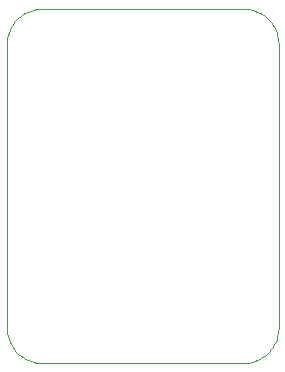
<source format=gm1>
G04*
G04 #@! TF.GenerationSoftware,Altium Limited,Altium Designer,20.1.14 (287)*
G04*
G04 Layer_Color=16711935*
%FSLAX25Y25*%
%MOIN*%
G70*
G04*
G04 #@! TF.SameCoordinates,AECB5131-AEB6-4EF0-9EC0-680490A520C0*
G04*
G04*
G04 #@! TF.FilePolarity,Positive*
G04*
G01*
G75*
%ADD14C,0.00050*%
D14*
X78740Y0D02*
X79716Y40D01*
X80684Y161D01*
X81640Y361D01*
X82575Y640D01*
X83485Y995D01*
X84362Y1424D01*
X85200Y1923D01*
X85995Y2490D01*
X86739Y3121D01*
X87430Y3812D01*
X88061Y4557D01*
X88628Y5351D01*
X89128Y6190D01*
X89556Y7067D01*
X89911Y7976D01*
X90190Y8912D01*
X90390Y9867D01*
X90511Y10836D01*
X90551Y11811D01*
X90551Y106299D02*
X90511Y107275D01*
X90390Y108243D01*
X90190Y109199D01*
X89911Y110134D01*
X89556Y111044D01*
X89128Y111921D01*
X88628Y112759D01*
X88061Y113554D01*
X87430Y114299D01*
X86740Y114989D01*
X85995Y115620D01*
X85200Y116187D01*
X84362Y116687D01*
X83485Y117115D01*
X82575Y117470D01*
X81640Y117749D01*
X80684Y117949D01*
X79716Y118070D01*
X78740Y118110D01*
X11811D02*
X10836Y118070D01*
X9867Y117949D01*
X8912Y117749D01*
X7976Y117470D01*
X7067Y117115D01*
X6190Y116687D01*
X5351Y116187D01*
X4557Y115620D01*
X3812Y114989D01*
X3121Y114299D01*
X2490Y113554D01*
X1923Y112759D01*
X1424Y111921D01*
X995Y111044D01*
X640Y110134D01*
X361Y109199D01*
X161Y108243D01*
X40Y107275D01*
X-0Y106299D01*
X0Y11811D02*
X40Y10836D01*
X161Y9867D01*
X361Y8912D01*
X640Y7976D01*
X995Y7067D01*
X1424Y6190D01*
X1923Y5351D01*
X2490Y4557D01*
X3121Y3812D01*
X3812Y3121D01*
X4557Y2490D01*
X5351Y1923D01*
X6190Y1424D01*
X7067Y995D01*
X7976Y640D01*
X8912Y361D01*
X9867Y161D01*
X10836Y40D01*
X11811Y0D01*
X90551Y11811D02*
Y106299D01*
X11811Y118110D02*
X78740D01*
X0Y11811D02*
Y106299D01*
X11811Y0D02*
X78740D01*
M02*

</source>
